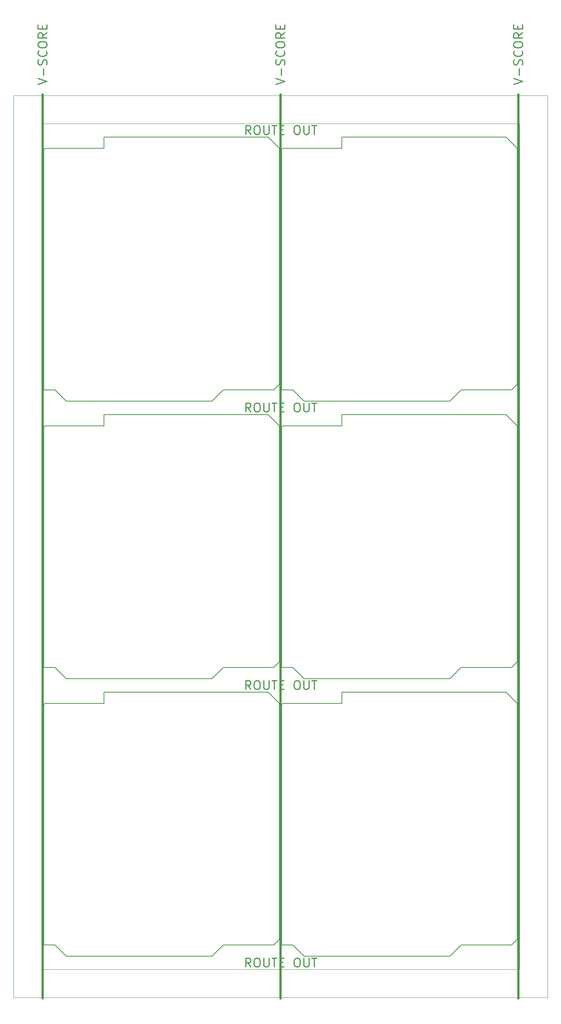
<source format=gko>
%TF.GenerationSoftware,KiCad,Pcbnew,8.0.7*%
%TF.CreationDate,2025-02-05T15:45:42-07:00*%
%TF.ProjectId,SparkFun_Serial_MP3_Player_Shield_MY1690X_panelized,53706172-6b46-4756-9e5f-53657269616c,rev?*%
%TF.SameCoordinates,Original*%
%TF.FileFunction,Soldermask,Bot*%
%TF.FilePolarity,Negative*%
%FSLAX46Y46*%
G04 Gerber Fmt 4.6, Leading zero omitted, Abs format (unit mm)*
G04 Created by KiCad (PCBNEW 8.0.7) date 2025-02-05 15:45:42*
%MOMM*%
%LPD*%
G01*
G04 APERTURE LIST*
%TA.AperFunction,Profile*%
%ADD10C,0.100000*%
%TD*%
%TA.AperFunction,Profile*%
%ADD11C,0.177800*%
%TD*%
%ADD12C,0.250000*%
%ADD13C,0.500000*%
G04 APERTURE END LIST*
D10*
X-500000Y-3040000D02*
X-500000Y188190000D01*
X107680000Y-3040000D02*
X-500000Y-3040000D01*
X107680000Y188190000D02*
X107680000Y-3040000D01*
X-500000Y188190000D02*
X107680000Y188190000D01*
X-6850000Y-9390000D02*
X-6850000Y194540000D01*
X114030000Y-9390000D02*
X-6850000Y-9390000D01*
X114030000Y194540000D02*
X114030000Y-9390000D01*
X-6850000Y194540000D02*
X114030000Y194540000D01*
D11*
X104640000Y185150000D02*
X107180000Y182610000D01*
X104640000Y122420000D02*
X107180000Y119880000D01*
X104640000Y59690000D02*
X107180000Y57150000D01*
X50800000Y185150000D02*
X53340000Y182610000D01*
X50800000Y122420000D02*
X53340000Y119880000D01*
X67492500Y185150000D02*
X67492500Y182610000D01*
X67492500Y122420000D02*
X67492500Y119880000D01*
X67492500Y59690000D02*
X67492500Y57150000D01*
X13652500Y185150000D02*
X13652500Y182610000D01*
X13652500Y122420000D02*
X13652500Y119880000D01*
X104640000Y185150000D02*
X67492500Y185150000D01*
X104640000Y122420000D02*
X67492500Y122420000D01*
X104640000Y59690000D02*
X67492500Y59690000D01*
X50800000Y185150000D02*
X13652500Y185150000D01*
X50800000Y122420000D02*
X13652500Y122420000D01*
X105910000Y128000000D02*
X107180000Y129270000D01*
X105910000Y65270000D02*
X107180000Y66540000D01*
X105910000Y2540000D02*
X107180000Y3810000D01*
X52070000Y128000000D02*
X53340000Y129270000D01*
X52070000Y65270000D02*
X53340000Y66540000D01*
X54157500Y182610000D02*
X53840000Y182292500D01*
X54157500Y119880000D02*
X53840000Y119562500D01*
X54157500Y57150000D02*
X53840000Y56832500D01*
X317500Y182610000D02*
X0Y182292500D01*
X317500Y119880000D02*
X0Y119562500D01*
X94480000Y128000000D02*
X105910000Y128000000D01*
X94480000Y65270000D02*
X105910000Y65270000D01*
X94480000Y2540000D02*
X105910000Y2540000D01*
X40640000Y128000000D02*
X52070000Y128000000D01*
X40640000Y65270000D02*
X52070000Y65270000D01*
X53840000Y128000000D02*
X56380000Y128000000D01*
X53840000Y65270000D02*
X56380000Y65270000D01*
X53840000Y2540000D02*
X56380000Y2540000D01*
X0Y128000000D02*
X2540000Y128000000D01*
X0Y65270000D02*
X2540000Y65270000D01*
X91940000Y125460000D02*
X94480000Y128000000D01*
X91940000Y62730000D02*
X94480000Y65270000D01*
X91940000Y0D02*
X94480000Y2540000D01*
X38100000Y125460000D02*
X40640000Y128000000D01*
X38100000Y62730000D02*
X40640000Y65270000D01*
X107180000Y129270000D02*
X107180000Y182610000D01*
X107180000Y66540000D02*
X107180000Y119880000D01*
X107180000Y3810000D02*
X107180000Y57150000D01*
X53340000Y129270000D02*
X53340000Y182610000D01*
X53340000Y66540000D02*
X53340000Y119880000D01*
X58920000Y125460000D02*
X91940000Y125460000D01*
X58920000Y62730000D02*
X91940000Y62730000D01*
X58920000Y0D02*
X91940000Y0D01*
X5080000Y125460000D02*
X38100000Y125460000D01*
X5080000Y62730000D02*
X38100000Y62730000D01*
X56380000Y128000000D02*
X58920000Y125460000D01*
X56380000Y65270000D02*
X58920000Y62730000D01*
X56380000Y2540000D02*
X58920000Y0D01*
X2540000Y128000000D02*
X5080000Y125460000D01*
X2540000Y65270000D02*
X5080000Y62730000D01*
X53840000Y182292500D02*
X53840000Y128000000D01*
X53840000Y119562500D02*
X53840000Y65270000D01*
X53840000Y56832500D02*
X53840000Y2540000D01*
X0Y182292500D02*
X0Y128000000D01*
X0Y119562500D02*
X0Y65270000D01*
X67492500Y182610000D02*
X54157500Y182610000D01*
X67492500Y119880000D02*
X54157500Y119880000D01*
X67492500Y57150000D02*
X54157500Y57150000D01*
X13652500Y182610000D02*
X317500Y182610000D01*
X13652500Y119880000D02*
X317500Y119880000D01*
X13652500Y57150000D02*
X317500Y57150000D01*
X0Y56832500D02*
X0Y2540000D01*
X2540000Y2540000D02*
X5080000Y0D01*
X5080000Y0D02*
X38100000Y0D01*
X53340000Y3810000D02*
X53340000Y57150000D01*
X38100000Y0D02*
X40640000Y2540000D01*
X0Y2540000D02*
X2540000Y2540000D01*
X40640000Y2540000D02*
X52070000Y2540000D01*
X317500Y57150000D02*
X0Y56832500D01*
X52070000Y2540000D02*
X53340000Y3810000D01*
X50800000Y59690000D02*
X13652500Y59690000D01*
X13652500Y59690000D02*
X13652500Y57150000D01*
X50800000Y59690000D02*
X53340000Y57150000D01*
D12*
X46828094Y-2432238D02*
X46161427Y-1479857D01*
X45685237Y-2432238D02*
X45685237Y-432238D01*
X45685237Y-432238D02*
X46447142Y-432238D01*
X46447142Y-432238D02*
X46637618Y-527476D01*
X46637618Y-527476D02*
X46732856Y-622714D01*
X46732856Y-622714D02*
X46828094Y-813190D01*
X46828094Y-813190D02*
X46828094Y-1098904D01*
X46828094Y-1098904D02*
X46732856Y-1289380D01*
X46732856Y-1289380D02*
X46637618Y-1384619D01*
X46637618Y-1384619D02*
X46447142Y-1479857D01*
X46447142Y-1479857D02*
X45685237Y-1479857D01*
X48066189Y-432238D02*
X48447142Y-432238D01*
X48447142Y-432238D02*
X48637618Y-527476D01*
X48637618Y-527476D02*
X48828094Y-717952D01*
X48828094Y-717952D02*
X48923332Y-1098904D01*
X48923332Y-1098904D02*
X48923332Y-1765571D01*
X48923332Y-1765571D02*
X48828094Y-2146523D01*
X48828094Y-2146523D02*
X48637618Y-2337000D01*
X48637618Y-2337000D02*
X48447142Y-2432238D01*
X48447142Y-2432238D02*
X48066189Y-2432238D01*
X48066189Y-2432238D02*
X47875713Y-2337000D01*
X47875713Y-2337000D02*
X47685237Y-2146523D01*
X47685237Y-2146523D02*
X47589999Y-1765571D01*
X47589999Y-1765571D02*
X47589999Y-1098904D01*
X47589999Y-1098904D02*
X47685237Y-717952D01*
X47685237Y-717952D02*
X47875713Y-527476D01*
X47875713Y-527476D02*
X48066189Y-432238D01*
X49780475Y-432238D02*
X49780475Y-2051285D01*
X49780475Y-2051285D02*
X49875713Y-2241761D01*
X49875713Y-2241761D02*
X49970951Y-2337000D01*
X49970951Y-2337000D02*
X50161427Y-2432238D01*
X50161427Y-2432238D02*
X50542380Y-2432238D01*
X50542380Y-2432238D02*
X50732856Y-2337000D01*
X50732856Y-2337000D02*
X50828094Y-2241761D01*
X50828094Y-2241761D02*
X50923332Y-2051285D01*
X50923332Y-2051285D02*
X50923332Y-432238D01*
X51589999Y-432238D02*
X52732856Y-432238D01*
X52161427Y-2432238D02*
X52161427Y-432238D01*
X53399523Y-1384619D02*
X54066190Y-1384619D01*
X54351904Y-2432238D02*
X53399523Y-2432238D01*
X53399523Y-2432238D02*
X53399523Y-432238D01*
X53399523Y-432238D02*
X54351904Y-432238D01*
X57113809Y-432238D02*
X57494762Y-432238D01*
X57494762Y-432238D02*
X57685238Y-527476D01*
X57685238Y-527476D02*
X57875714Y-717952D01*
X57875714Y-717952D02*
X57970952Y-1098904D01*
X57970952Y-1098904D02*
X57970952Y-1765571D01*
X57970952Y-1765571D02*
X57875714Y-2146523D01*
X57875714Y-2146523D02*
X57685238Y-2337000D01*
X57685238Y-2337000D02*
X57494762Y-2432238D01*
X57494762Y-2432238D02*
X57113809Y-2432238D01*
X57113809Y-2432238D02*
X56923333Y-2337000D01*
X56923333Y-2337000D02*
X56732857Y-2146523D01*
X56732857Y-2146523D02*
X56637619Y-1765571D01*
X56637619Y-1765571D02*
X56637619Y-1098904D01*
X56637619Y-1098904D02*
X56732857Y-717952D01*
X56732857Y-717952D02*
X56923333Y-527476D01*
X56923333Y-527476D02*
X57113809Y-432238D01*
X58828095Y-432238D02*
X58828095Y-2051285D01*
X58828095Y-2051285D02*
X58923333Y-2241761D01*
X58923333Y-2241761D02*
X59018571Y-2337000D01*
X59018571Y-2337000D02*
X59209047Y-2432238D01*
X59209047Y-2432238D02*
X59590000Y-2432238D01*
X59590000Y-2432238D02*
X59780476Y-2337000D01*
X59780476Y-2337000D02*
X59875714Y-2241761D01*
X59875714Y-2241761D02*
X59970952Y-2051285D01*
X59970952Y-2051285D02*
X59970952Y-432238D01*
X60637619Y-432238D02*
X61780476Y-432238D01*
X61209047Y-2432238D02*
X61209047Y-432238D01*
X46828094Y60297762D02*
X46161427Y61250143D01*
X45685237Y60297762D02*
X45685237Y62297762D01*
X45685237Y62297762D02*
X46447142Y62297762D01*
X46447142Y62297762D02*
X46637618Y62202524D01*
X46637618Y62202524D02*
X46732856Y62107286D01*
X46732856Y62107286D02*
X46828094Y61916810D01*
X46828094Y61916810D02*
X46828094Y61631096D01*
X46828094Y61631096D02*
X46732856Y61440620D01*
X46732856Y61440620D02*
X46637618Y61345381D01*
X46637618Y61345381D02*
X46447142Y61250143D01*
X46447142Y61250143D02*
X45685237Y61250143D01*
X48066189Y62297762D02*
X48447142Y62297762D01*
X48447142Y62297762D02*
X48637618Y62202524D01*
X48637618Y62202524D02*
X48828094Y62012048D01*
X48828094Y62012048D02*
X48923332Y61631096D01*
X48923332Y61631096D02*
X48923332Y60964429D01*
X48923332Y60964429D02*
X48828094Y60583477D01*
X48828094Y60583477D02*
X48637618Y60393000D01*
X48637618Y60393000D02*
X48447142Y60297762D01*
X48447142Y60297762D02*
X48066189Y60297762D01*
X48066189Y60297762D02*
X47875713Y60393000D01*
X47875713Y60393000D02*
X47685237Y60583477D01*
X47685237Y60583477D02*
X47589999Y60964429D01*
X47589999Y60964429D02*
X47589999Y61631096D01*
X47589999Y61631096D02*
X47685237Y62012048D01*
X47685237Y62012048D02*
X47875713Y62202524D01*
X47875713Y62202524D02*
X48066189Y62297762D01*
X49780475Y62297762D02*
X49780475Y60678715D01*
X49780475Y60678715D02*
X49875713Y60488239D01*
X49875713Y60488239D02*
X49970951Y60393000D01*
X49970951Y60393000D02*
X50161427Y60297762D01*
X50161427Y60297762D02*
X50542380Y60297762D01*
X50542380Y60297762D02*
X50732856Y60393000D01*
X50732856Y60393000D02*
X50828094Y60488239D01*
X50828094Y60488239D02*
X50923332Y60678715D01*
X50923332Y60678715D02*
X50923332Y62297762D01*
X51589999Y62297762D02*
X52732856Y62297762D01*
X52161427Y60297762D02*
X52161427Y62297762D01*
X53399523Y61345381D02*
X54066190Y61345381D01*
X54351904Y60297762D02*
X53399523Y60297762D01*
X53399523Y60297762D02*
X53399523Y62297762D01*
X53399523Y62297762D02*
X54351904Y62297762D01*
X57113809Y62297762D02*
X57494762Y62297762D01*
X57494762Y62297762D02*
X57685238Y62202524D01*
X57685238Y62202524D02*
X57875714Y62012048D01*
X57875714Y62012048D02*
X57970952Y61631096D01*
X57970952Y61631096D02*
X57970952Y60964429D01*
X57970952Y60964429D02*
X57875714Y60583477D01*
X57875714Y60583477D02*
X57685238Y60393000D01*
X57685238Y60393000D02*
X57494762Y60297762D01*
X57494762Y60297762D02*
X57113809Y60297762D01*
X57113809Y60297762D02*
X56923333Y60393000D01*
X56923333Y60393000D02*
X56732857Y60583477D01*
X56732857Y60583477D02*
X56637619Y60964429D01*
X56637619Y60964429D02*
X56637619Y61631096D01*
X56637619Y61631096D02*
X56732857Y62012048D01*
X56732857Y62012048D02*
X56923333Y62202524D01*
X56923333Y62202524D02*
X57113809Y62297762D01*
X58828095Y62297762D02*
X58828095Y60678715D01*
X58828095Y60678715D02*
X58923333Y60488239D01*
X58923333Y60488239D02*
X59018571Y60393000D01*
X59018571Y60393000D02*
X59209047Y60297762D01*
X59209047Y60297762D02*
X59590000Y60297762D01*
X59590000Y60297762D02*
X59780476Y60393000D01*
X59780476Y60393000D02*
X59875714Y60488239D01*
X59875714Y60488239D02*
X59970952Y60678715D01*
X59970952Y60678715D02*
X59970952Y62297762D01*
X60637619Y62297762D02*
X61780476Y62297762D01*
X61209047Y60297762D02*
X61209047Y62297762D01*
X46828094Y123027761D02*
X46161427Y123980142D01*
X45685237Y123027761D02*
X45685237Y125027761D01*
X45685237Y125027761D02*
X46447142Y125027761D01*
X46447142Y125027761D02*
X46637618Y124932523D01*
X46637618Y124932523D02*
X46732856Y124837285D01*
X46732856Y124837285D02*
X46828094Y124646809D01*
X46828094Y124646809D02*
X46828094Y124361095D01*
X46828094Y124361095D02*
X46732856Y124170619D01*
X46732856Y124170619D02*
X46637618Y124075380D01*
X46637618Y124075380D02*
X46447142Y123980142D01*
X46447142Y123980142D02*
X45685237Y123980142D01*
X48066189Y125027761D02*
X48447142Y125027761D01*
X48447142Y125027761D02*
X48637618Y124932523D01*
X48637618Y124932523D02*
X48828094Y124742047D01*
X48828094Y124742047D02*
X48923332Y124361095D01*
X48923332Y124361095D02*
X48923332Y123694428D01*
X48923332Y123694428D02*
X48828094Y123313476D01*
X48828094Y123313476D02*
X48637618Y123123000D01*
X48637618Y123123000D02*
X48447142Y123027761D01*
X48447142Y123027761D02*
X48066189Y123027761D01*
X48066189Y123027761D02*
X47875713Y123123000D01*
X47875713Y123123000D02*
X47685237Y123313476D01*
X47685237Y123313476D02*
X47589999Y123694428D01*
X47589999Y123694428D02*
X47589999Y124361095D01*
X47589999Y124361095D02*
X47685237Y124742047D01*
X47685237Y124742047D02*
X47875713Y124932523D01*
X47875713Y124932523D02*
X48066189Y125027761D01*
X49780475Y125027761D02*
X49780475Y123408714D01*
X49780475Y123408714D02*
X49875713Y123218238D01*
X49875713Y123218238D02*
X49970951Y123123000D01*
X49970951Y123123000D02*
X50161427Y123027761D01*
X50161427Y123027761D02*
X50542380Y123027761D01*
X50542380Y123027761D02*
X50732856Y123123000D01*
X50732856Y123123000D02*
X50828094Y123218238D01*
X50828094Y123218238D02*
X50923332Y123408714D01*
X50923332Y123408714D02*
X50923332Y125027761D01*
X51589999Y125027761D02*
X52732856Y125027761D01*
X52161427Y123027761D02*
X52161427Y125027761D01*
X53399523Y124075380D02*
X54066190Y124075380D01*
X54351904Y123027761D02*
X53399523Y123027761D01*
X53399523Y123027761D02*
X53399523Y125027761D01*
X53399523Y125027761D02*
X54351904Y125027761D01*
X57113809Y125027761D02*
X57494762Y125027761D01*
X57494762Y125027761D02*
X57685238Y124932523D01*
X57685238Y124932523D02*
X57875714Y124742047D01*
X57875714Y124742047D02*
X57970952Y124361095D01*
X57970952Y124361095D02*
X57970952Y123694428D01*
X57970952Y123694428D02*
X57875714Y123313476D01*
X57875714Y123313476D02*
X57685238Y123123000D01*
X57685238Y123123000D02*
X57494762Y123027761D01*
X57494762Y123027761D02*
X57113809Y123027761D01*
X57113809Y123027761D02*
X56923333Y123123000D01*
X56923333Y123123000D02*
X56732857Y123313476D01*
X56732857Y123313476D02*
X56637619Y123694428D01*
X56637619Y123694428D02*
X56637619Y124361095D01*
X56637619Y124361095D02*
X56732857Y124742047D01*
X56732857Y124742047D02*
X56923333Y124932523D01*
X56923333Y124932523D02*
X57113809Y125027761D01*
X58828095Y125027761D02*
X58828095Y123408714D01*
X58828095Y123408714D02*
X58923333Y123218238D01*
X58923333Y123218238D02*
X59018571Y123123000D01*
X59018571Y123123000D02*
X59209047Y123027761D01*
X59209047Y123027761D02*
X59590000Y123027761D01*
X59590000Y123027761D02*
X59780476Y123123000D01*
X59780476Y123123000D02*
X59875714Y123218238D01*
X59875714Y123218238D02*
X59970952Y123408714D01*
X59970952Y123408714D02*
X59970952Y125027761D01*
X60637619Y125027761D02*
X61780476Y125027761D01*
X61209047Y123027761D02*
X61209047Y125027761D01*
X46828094Y185757761D02*
X46161427Y186710142D01*
X45685237Y185757761D02*
X45685237Y187757761D01*
X45685237Y187757761D02*
X46447142Y187757761D01*
X46447142Y187757761D02*
X46637618Y187662523D01*
X46637618Y187662523D02*
X46732856Y187567285D01*
X46732856Y187567285D02*
X46828094Y187376809D01*
X46828094Y187376809D02*
X46828094Y187091095D01*
X46828094Y187091095D02*
X46732856Y186900619D01*
X46732856Y186900619D02*
X46637618Y186805380D01*
X46637618Y186805380D02*
X46447142Y186710142D01*
X46447142Y186710142D02*
X45685237Y186710142D01*
X48066189Y187757761D02*
X48447142Y187757761D01*
X48447142Y187757761D02*
X48637618Y187662523D01*
X48637618Y187662523D02*
X48828094Y187472047D01*
X48828094Y187472047D02*
X48923332Y187091095D01*
X48923332Y187091095D02*
X48923332Y186424428D01*
X48923332Y186424428D02*
X48828094Y186043476D01*
X48828094Y186043476D02*
X48637618Y185853000D01*
X48637618Y185853000D02*
X48447142Y185757761D01*
X48447142Y185757761D02*
X48066189Y185757761D01*
X48066189Y185757761D02*
X47875713Y185853000D01*
X47875713Y185853000D02*
X47685237Y186043476D01*
X47685237Y186043476D02*
X47589999Y186424428D01*
X47589999Y186424428D02*
X47589999Y187091095D01*
X47589999Y187091095D02*
X47685237Y187472047D01*
X47685237Y187472047D02*
X47875713Y187662523D01*
X47875713Y187662523D02*
X48066189Y187757761D01*
X49780475Y187757761D02*
X49780475Y186138714D01*
X49780475Y186138714D02*
X49875713Y185948238D01*
X49875713Y185948238D02*
X49970951Y185853000D01*
X49970951Y185853000D02*
X50161427Y185757761D01*
X50161427Y185757761D02*
X50542380Y185757761D01*
X50542380Y185757761D02*
X50732856Y185853000D01*
X50732856Y185853000D02*
X50828094Y185948238D01*
X50828094Y185948238D02*
X50923332Y186138714D01*
X50923332Y186138714D02*
X50923332Y187757761D01*
X51589999Y187757761D02*
X52732856Y187757761D01*
X52161427Y185757761D02*
X52161427Y187757761D01*
X53399523Y186805380D02*
X54066190Y186805380D01*
X54351904Y185757761D02*
X53399523Y185757761D01*
X53399523Y185757761D02*
X53399523Y187757761D01*
X53399523Y187757761D02*
X54351904Y187757761D01*
X57113809Y187757761D02*
X57494762Y187757761D01*
X57494762Y187757761D02*
X57685238Y187662523D01*
X57685238Y187662523D02*
X57875714Y187472047D01*
X57875714Y187472047D02*
X57970952Y187091095D01*
X57970952Y187091095D02*
X57970952Y186424428D01*
X57970952Y186424428D02*
X57875714Y186043476D01*
X57875714Y186043476D02*
X57685238Y185853000D01*
X57685238Y185853000D02*
X57494762Y185757761D01*
X57494762Y185757761D02*
X57113809Y185757761D01*
X57113809Y185757761D02*
X56923333Y185853000D01*
X56923333Y185853000D02*
X56732857Y186043476D01*
X56732857Y186043476D02*
X56637619Y186424428D01*
X56637619Y186424428D02*
X56637619Y187091095D01*
X56637619Y187091095D02*
X56732857Y187472047D01*
X56732857Y187472047D02*
X56923333Y187662523D01*
X56923333Y187662523D02*
X57113809Y187757761D01*
X58828095Y187757761D02*
X58828095Y186138714D01*
X58828095Y186138714D02*
X58923333Y185948238D01*
X58923333Y185948238D02*
X59018571Y185853000D01*
X59018571Y185853000D02*
X59209047Y185757761D01*
X59209047Y185757761D02*
X59590000Y185757761D01*
X59590000Y185757761D02*
X59780476Y185853000D01*
X59780476Y185853000D02*
X59875714Y185948238D01*
X59875714Y185948238D02*
X59970952Y186138714D01*
X59970952Y186138714D02*
X59970952Y187757761D01*
X60637619Y187757761D02*
X61780476Y187757761D01*
X61209047Y185757761D02*
X61209047Y187757761D01*
X106342238Y197106049D02*
X108342238Y197772715D01*
X108342238Y197772715D02*
X106342238Y198439382D01*
X107580333Y199106049D02*
X107580333Y200629859D01*
X108247000Y201487001D02*
X108342238Y201772715D01*
X108342238Y201772715D02*
X108342238Y202248906D01*
X108342238Y202248906D02*
X108247000Y202439382D01*
X108247000Y202439382D02*
X108151761Y202534620D01*
X108151761Y202534620D02*
X107961285Y202629858D01*
X107961285Y202629858D02*
X107770809Y202629858D01*
X107770809Y202629858D02*
X107580333Y202534620D01*
X107580333Y202534620D02*
X107485095Y202439382D01*
X107485095Y202439382D02*
X107389857Y202248906D01*
X107389857Y202248906D02*
X107294619Y201867953D01*
X107294619Y201867953D02*
X107199380Y201677477D01*
X107199380Y201677477D02*
X107104142Y201582239D01*
X107104142Y201582239D02*
X106913666Y201487001D01*
X106913666Y201487001D02*
X106723190Y201487001D01*
X106723190Y201487001D02*
X106532714Y201582239D01*
X106532714Y201582239D02*
X106437476Y201677477D01*
X106437476Y201677477D02*
X106342238Y201867953D01*
X106342238Y201867953D02*
X106342238Y202344144D01*
X106342238Y202344144D02*
X106437476Y202629858D01*
X108151761Y204629858D02*
X108247000Y204534620D01*
X108247000Y204534620D02*
X108342238Y204248906D01*
X108342238Y204248906D02*
X108342238Y204058430D01*
X108342238Y204058430D02*
X108247000Y203772715D01*
X108247000Y203772715D02*
X108056523Y203582239D01*
X108056523Y203582239D02*
X107866047Y203487001D01*
X107866047Y203487001D02*
X107485095Y203391763D01*
X107485095Y203391763D02*
X107199380Y203391763D01*
X107199380Y203391763D02*
X106818428Y203487001D01*
X106818428Y203487001D02*
X106627952Y203582239D01*
X106627952Y203582239D02*
X106437476Y203772715D01*
X106437476Y203772715D02*
X106342238Y204058430D01*
X106342238Y204058430D02*
X106342238Y204248906D01*
X106342238Y204248906D02*
X106437476Y204534620D01*
X106437476Y204534620D02*
X106532714Y204629858D01*
X106342238Y205867953D02*
X106342238Y206248906D01*
X106342238Y206248906D02*
X106437476Y206439382D01*
X106437476Y206439382D02*
X106627952Y206629858D01*
X106627952Y206629858D02*
X107008904Y206725096D01*
X107008904Y206725096D02*
X107675571Y206725096D01*
X107675571Y206725096D02*
X108056523Y206629858D01*
X108056523Y206629858D02*
X108247000Y206439382D01*
X108247000Y206439382D02*
X108342238Y206248906D01*
X108342238Y206248906D02*
X108342238Y205867953D01*
X108342238Y205867953D02*
X108247000Y205677477D01*
X108247000Y205677477D02*
X108056523Y205487001D01*
X108056523Y205487001D02*
X107675571Y205391763D01*
X107675571Y205391763D02*
X107008904Y205391763D01*
X107008904Y205391763D02*
X106627952Y205487001D01*
X106627952Y205487001D02*
X106437476Y205677477D01*
X106437476Y205677477D02*
X106342238Y205867953D01*
X108342238Y208725096D02*
X107389857Y208058429D01*
X108342238Y207582239D02*
X106342238Y207582239D01*
X106342238Y207582239D02*
X106342238Y208344144D01*
X106342238Y208344144D02*
X106437476Y208534620D01*
X106437476Y208534620D02*
X106532714Y208629858D01*
X106532714Y208629858D02*
X106723190Y208725096D01*
X106723190Y208725096D02*
X107008904Y208725096D01*
X107008904Y208725096D02*
X107199380Y208629858D01*
X107199380Y208629858D02*
X107294619Y208534620D01*
X107294619Y208534620D02*
X107389857Y208344144D01*
X107389857Y208344144D02*
X107389857Y207582239D01*
X107294619Y209582239D02*
X107294619Y210248906D01*
X108342238Y210534620D02*
X108342238Y209582239D01*
X108342238Y209582239D02*
X106342238Y209582239D01*
X106342238Y209582239D02*
X106342238Y210534620D01*
D13*
X107430000Y194751100D02*
X107430000Y-9601100D01*
D12*
X52502238Y197106049D02*
X54502238Y197772715D01*
X54502238Y197772715D02*
X52502238Y198439382D01*
X53740333Y199106049D02*
X53740333Y200629859D01*
X54407000Y201487001D02*
X54502238Y201772715D01*
X54502238Y201772715D02*
X54502238Y202248906D01*
X54502238Y202248906D02*
X54407000Y202439382D01*
X54407000Y202439382D02*
X54311761Y202534620D01*
X54311761Y202534620D02*
X54121285Y202629858D01*
X54121285Y202629858D02*
X53930809Y202629858D01*
X53930809Y202629858D02*
X53740333Y202534620D01*
X53740333Y202534620D02*
X53645095Y202439382D01*
X53645095Y202439382D02*
X53549857Y202248906D01*
X53549857Y202248906D02*
X53454619Y201867953D01*
X53454619Y201867953D02*
X53359380Y201677477D01*
X53359380Y201677477D02*
X53264142Y201582239D01*
X53264142Y201582239D02*
X53073666Y201487001D01*
X53073666Y201487001D02*
X52883190Y201487001D01*
X52883190Y201487001D02*
X52692714Y201582239D01*
X52692714Y201582239D02*
X52597476Y201677477D01*
X52597476Y201677477D02*
X52502238Y201867953D01*
X52502238Y201867953D02*
X52502238Y202344144D01*
X52502238Y202344144D02*
X52597476Y202629858D01*
X54311761Y204629858D02*
X54407000Y204534620D01*
X54407000Y204534620D02*
X54502238Y204248906D01*
X54502238Y204248906D02*
X54502238Y204058430D01*
X54502238Y204058430D02*
X54407000Y203772715D01*
X54407000Y203772715D02*
X54216523Y203582239D01*
X54216523Y203582239D02*
X54026047Y203487001D01*
X54026047Y203487001D02*
X53645095Y203391763D01*
X53645095Y203391763D02*
X53359380Y203391763D01*
X53359380Y203391763D02*
X52978428Y203487001D01*
X52978428Y203487001D02*
X52787952Y203582239D01*
X52787952Y203582239D02*
X52597476Y203772715D01*
X52597476Y203772715D02*
X52502238Y204058430D01*
X52502238Y204058430D02*
X52502238Y204248906D01*
X52502238Y204248906D02*
X52597476Y204534620D01*
X52597476Y204534620D02*
X52692714Y204629858D01*
X52502238Y205867953D02*
X52502238Y206248906D01*
X52502238Y206248906D02*
X52597476Y206439382D01*
X52597476Y206439382D02*
X52787952Y206629858D01*
X52787952Y206629858D02*
X53168904Y206725096D01*
X53168904Y206725096D02*
X53835571Y206725096D01*
X53835571Y206725096D02*
X54216523Y206629858D01*
X54216523Y206629858D02*
X54407000Y206439382D01*
X54407000Y206439382D02*
X54502238Y206248906D01*
X54502238Y206248906D02*
X54502238Y205867953D01*
X54502238Y205867953D02*
X54407000Y205677477D01*
X54407000Y205677477D02*
X54216523Y205487001D01*
X54216523Y205487001D02*
X53835571Y205391763D01*
X53835571Y205391763D02*
X53168904Y205391763D01*
X53168904Y205391763D02*
X52787952Y205487001D01*
X52787952Y205487001D02*
X52597476Y205677477D01*
X52597476Y205677477D02*
X52502238Y205867953D01*
X54502238Y208725096D02*
X53549857Y208058429D01*
X54502238Y207582239D02*
X52502238Y207582239D01*
X52502238Y207582239D02*
X52502238Y208344144D01*
X52502238Y208344144D02*
X52597476Y208534620D01*
X52597476Y208534620D02*
X52692714Y208629858D01*
X52692714Y208629858D02*
X52883190Y208725096D01*
X52883190Y208725096D02*
X53168904Y208725096D01*
X53168904Y208725096D02*
X53359380Y208629858D01*
X53359380Y208629858D02*
X53454619Y208534620D01*
X53454619Y208534620D02*
X53549857Y208344144D01*
X53549857Y208344144D02*
X53549857Y207582239D01*
X53454619Y209582239D02*
X53454619Y210248906D01*
X54502238Y210534620D02*
X54502238Y209582239D01*
X54502238Y209582239D02*
X52502238Y209582239D01*
X52502238Y209582239D02*
X52502238Y210534620D01*
D13*
X53590000Y194751100D02*
X53590000Y-9601100D01*
D12*
X-1337762Y197106049D02*
X662238Y197772715D01*
X662238Y197772715D02*
X-1337762Y198439382D01*
X-99667Y199106049D02*
X-99667Y200629859D01*
X567000Y201487001D02*
X662238Y201772715D01*
X662238Y201772715D02*
X662238Y202248906D01*
X662238Y202248906D02*
X567000Y202439382D01*
X567000Y202439382D02*
X471761Y202534620D01*
X471761Y202534620D02*
X281285Y202629858D01*
X281285Y202629858D02*
X90809Y202629858D01*
X90809Y202629858D02*
X-99667Y202534620D01*
X-99667Y202534620D02*
X-194905Y202439382D01*
X-194905Y202439382D02*
X-290143Y202248906D01*
X-290143Y202248906D02*
X-385381Y201867953D01*
X-385381Y201867953D02*
X-480620Y201677477D01*
X-480620Y201677477D02*
X-575858Y201582239D01*
X-575858Y201582239D02*
X-766334Y201487001D01*
X-766334Y201487001D02*
X-956810Y201487001D01*
X-956810Y201487001D02*
X-1147286Y201582239D01*
X-1147286Y201582239D02*
X-1242524Y201677477D01*
X-1242524Y201677477D02*
X-1337762Y201867953D01*
X-1337762Y201867953D02*
X-1337762Y202344144D01*
X-1337762Y202344144D02*
X-1242524Y202629858D01*
X471761Y204629858D02*
X567000Y204534620D01*
X567000Y204534620D02*
X662238Y204248906D01*
X662238Y204248906D02*
X662238Y204058430D01*
X662238Y204058430D02*
X567000Y203772715D01*
X567000Y203772715D02*
X376523Y203582239D01*
X376523Y203582239D02*
X186047Y203487001D01*
X186047Y203487001D02*
X-194905Y203391763D01*
X-194905Y203391763D02*
X-480620Y203391763D01*
X-480620Y203391763D02*
X-861572Y203487001D01*
X-861572Y203487001D02*
X-1052048Y203582239D01*
X-1052048Y203582239D02*
X-1242524Y203772715D01*
X-1242524Y203772715D02*
X-1337762Y204058430D01*
X-1337762Y204058430D02*
X-1337762Y204248906D01*
X-1337762Y204248906D02*
X-1242524Y204534620D01*
X-1242524Y204534620D02*
X-1147286Y204629858D01*
X-1337762Y205867953D02*
X-1337762Y206248906D01*
X-1337762Y206248906D02*
X-1242524Y206439382D01*
X-1242524Y206439382D02*
X-1052048Y206629858D01*
X-1052048Y206629858D02*
X-671096Y206725096D01*
X-671096Y206725096D02*
X-4429Y206725096D01*
X-4429Y206725096D02*
X376523Y206629858D01*
X376523Y206629858D02*
X567000Y206439382D01*
X567000Y206439382D02*
X662238Y206248906D01*
X662238Y206248906D02*
X662238Y205867953D01*
X662238Y205867953D02*
X567000Y205677477D01*
X567000Y205677477D02*
X376523Y205487001D01*
X376523Y205487001D02*
X-4429Y205391763D01*
X-4429Y205391763D02*
X-671096Y205391763D01*
X-671096Y205391763D02*
X-1052048Y205487001D01*
X-1052048Y205487001D02*
X-1242524Y205677477D01*
X-1242524Y205677477D02*
X-1337762Y205867953D01*
X662238Y208725096D02*
X-290143Y208058429D01*
X662238Y207582239D02*
X-1337762Y207582239D01*
X-1337762Y207582239D02*
X-1337762Y208344144D01*
X-1337762Y208344144D02*
X-1242524Y208534620D01*
X-1242524Y208534620D02*
X-1147286Y208629858D01*
X-1147286Y208629858D02*
X-956810Y208725096D01*
X-956810Y208725096D02*
X-671096Y208725096D01*
X-671096Y208725096D02*
X-480620Y208629858D01*
X-480620Y208629858D02*
X-385381Y208534620D01*
X-385381Y208534620D02*
X-290143Y208344144D01*
X-290143Y208344144D02*
X-290143Y207582239D01*
X-385381Y209582239D02*
X-385381Y210248906D01*
X662238Y210534620D02*
X662238Y209582239D01*
X662238Y209582239D02*
X-1337762Y209582239D01*
X-1337762Y209582239D02*
X-1337762Y210534620D01*
D13*
X-250000Y194751100D02*
X-250000Y-9601100D01*
M02*

</source>
